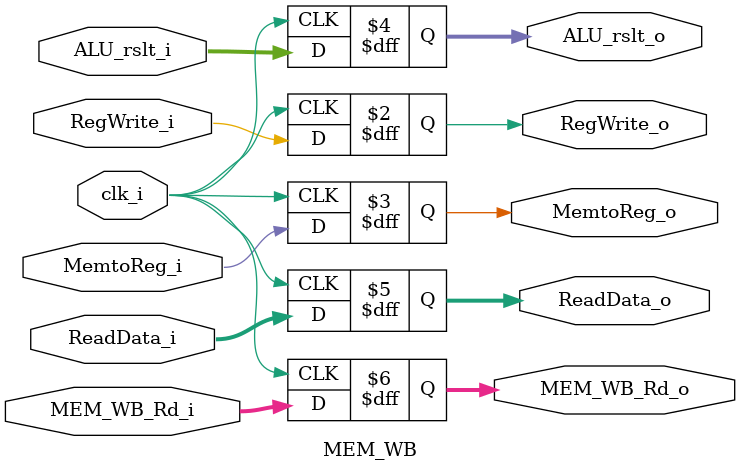
<source format=v>
module MEM_WB(
    clk_i,
    RegWrite_i,
    MemtoReg_i,
    ALU_rslt_i,
    ReadData_i,
    MEM_WB_Rd_i,

    RegWrite_o,
    MemtoReg_o,
    ALU_rslt_o,
    ReadData_o,
    MEM_WB_Rd_o
);

    input clk_i;
    input RegWrite_i;
    input MemtoReg_i;
    input [31:0] ALU_rslt_i;
    input [31:0] ReadData_i;
    input [4:0] MEM_WB_Rd_i;

    output reg RegWrite_o;
    output reg MemtoReg_o;
    output reg [31:0] ALU_rslt_o;
    output reg [31:0] ReadData_o;
    output reg [4:0] MEM_WB_Rd_o;

    always@(posedge clk_i) begin
        RegWrite_o <= RegWrite_i;
        MemtoReg_o <= MemtoReg_i;
        ALU_rslt_o <= ALU_rslt_i;
        ReadData_o <= ReadData_i;
        MEM_WB_Rd_o <= MEM_WB_Rd_i;
    end 
    
endmodule
</source>
